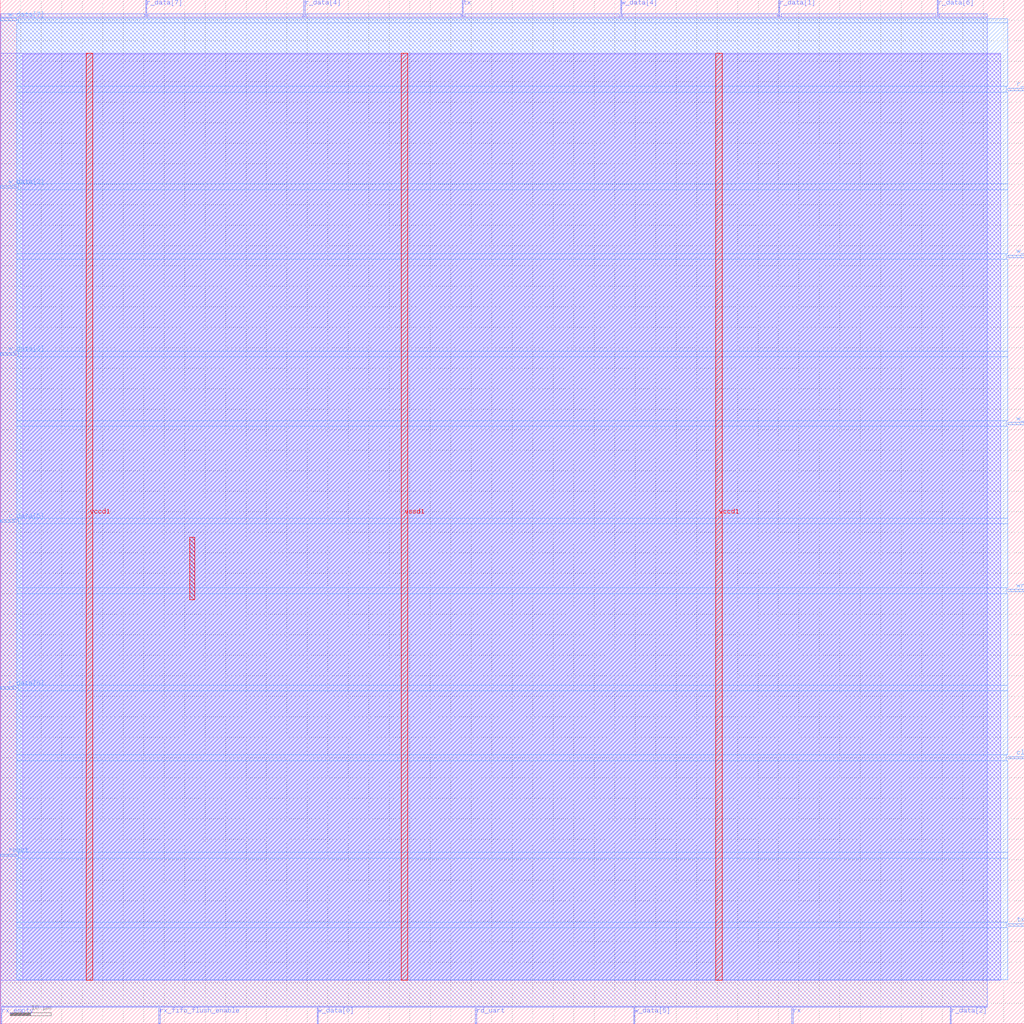
<source format=lef>
VERSION 5.7 ;
  NOWIREEXTENSIONATPIN ON ;
  DIVIDERCHAR "/" ;
  BUSBITCHARS "[]" ;
MACRO uart
  CLASS BLOCK ;
  FOREIGN uart ;
  ORIGIN 0.000 0.000 ;
  SIZE 250.000 BY 250.000 ;
  PIN clk
    DIRECTION INPUT ;
    USE SIGNAL ;
    PORT
      LAYER met3 ;
        RECT 246.000 64.640 250.000 65.240 ;
    END
  END clk
  PIN r_data[0]
    DIRECTION OUTPUT TRISTATE ;
    USE SIGNAL ;
    PORT
      LAYER met3 ;
        RECT 0.000 81.640 4.000 82.240 ;
    END
  END r_data[0]
  PIN r_data[1]
    DIRECTION OUTPUT TRISTATE ;
    USE SIGNAL ;
    PORT
      LAYER met2 ;
        RECT 190.070 246.000 190.350 250.000 ;
    END
  END r_data[1]
  PIN r_data[2]
    DIRECTION OUTPUT TRISTATE ;
    USE SIGNAL ;
    PORT
      LAYER met2 ;
        RECT 231.930 0.000 232.210 4.000 ;
    END
  END r_data[2]
  PIN r_data[3]
    DIRECTION OUTPUT TRISTATE ;
    USE SIGNAL ;
    PORT
      LAYER met3 ;
        RECT 246.000 227.840 250.000 228.440 ;
    END
  END r_data[3]
  PIN r_data[4]
    DIRECTION OUTPUT TRISTATE ;
    USE SIGNAL ;
    PORT
      LAYER met2 ;
        RECT 74.150 246.000 74.430 250.000 ;
    END
  END r_data[4]
  PIN r_data[5]
    DIRECTION OUTPUT TRISTATE ;
    USE SIGNAL ;
    PORT
      LAYER met3 ;
        RECT 0.000 122.440 4.000 123.040 ;
    END
  END r_data[5]
  PIN r_data[6]
    DIRECTION OUTPUT TRISTATE ;
    USE SIGNAL ;
    PORT
      LAYER met2 ;
        RECT 228.710 246.000 228.990 250.000 ;
    END
  END r_data[6]
  PIN r_data[7]
    DIRECTION OUTPUT TRISTATE ;
    USE SIGNAL ;
    PORT
      LAYER met2 ;
        RECT 35.510 246.000 35.790 250.000 ;
    END
  END r_data[7]
  PIN rd_uart
    DIRECTION INPUT ;
    USE SIGNAL ;
    PORT
      LAYER met2 ;
        RECT 116.010 0.000 116.290 4.000 ;
    END
  END rd_uart
  PIN reset
    DIRECTION INPUT ;
    USE SIGNAL ;
    PORT
      LAYER met3 ;
        RECT 0.000 40.840 4.000 41.440 ;
    END
  END reset
  PIN rx
    DIRECTION INPUT ;
    USE SIGNAL ;
    PORT
      LAYER met2 ;
        RECT 193.290 0.000 193.570 4.000 ;
    END
  END rx
  PIN rx_empty
    DIRECTION OUTPUT TRISTATE ;
    USE SIGNAL ;
    PORT
      LAYER met2 ;
        RECT 0.090 0.000 0.370 4.000 ;
    END
  END rx_empty
  PIN rx_fifo_flush_enable
    DIRECTION INPUT ;
    USE SIGNAL ;
    PORT
      LAYER met2 ;
        RECT 38.730 0.000 39.010 4.000 ;
    END
  END rx_fifo_flush_enable
  PIN tx
    DIRECTION OUTPUT TRISTATE ;
    USE SIGNAL ;
    PORT
      LAYER met2 ;
        RECT 112.790 246.000 113.070 250.000 ;
    END
  END tx
  PIN tx_full
    DIRECTION OUTPUT TRISTATE ;
    USE SIGNAL ;
    PORT
      LAYER met3 ;
        RECT 246.000 23.840 250.000 24.440 ;
    END
  END tx_full
  PIN vccd1
    DIRECTION INPUT ;
    USE POWER ;
    PORT
      LAYER met4 ;
        RECT 21.040 10.640 22.640 236.880 ;
    END
    PORT
      LAYER met4 ;
        RECT 174.640 10.640 176.240 236.880 ;
    END
  END vccd1
  PIN vssd1
    DIRECTION INPUT ;
    USE GROUND ;
    PORT
      LAYER met4 ;
        RECT 97.840 10.640 99.440 236.880 ;
    END
  END vssd1
  PIN w_data[0]
    DIRECTION INPUT ;
    USE SIGNAL ;
    PORT
      LAYER met2 ;
        RECT 77.370 0.000 77.650 4.000 ;
    END
  END w_data[0]
  PIN w_data[1]
    DIRECTION INPUT ;
    USE SIGNAL ;
    PORT
      LAYER met3 ;
        RECT 246.000 146.240 250.000 146.840 ;
    END
  END w_data[1]
  PIN w_data[2]
    DIRECTION INPUT ;
    USE SIGNAL ;
    PORT
      LAYER met3 ;
        RECT 246.000 187.040 250.000 187.640 ;
    END
  END w_data[2]
  PIN w_data[3]
    DIRECTION INPUT ;
    USE SIGNAL ;
    PORT
      LAYER met3 ;
        RECT 0.000 204.040 4.000 204.640 ;
    END
  END w_data[3]
  PIN w_data[4]
    DIRECTION INPUT ;
    USE SIGNAL ;
    PORT
      LAYER met2 ;
        RECT 151.430 246.000 151.710 250.000 ;
    END
  END w_data[4]
  PIN w_data[5]
    DIRECTION INPUT ;
    USE SIGNAL ;
    PORT
      LAYER met2 ;
        RECT 154.650 0.000 154.930 4.000 ;
    END
  END w_data[5]
  PIN w_data[6]
    DIRECTION INPUT ;
    USE SIGNAL ;
    PORT
      LAYER met3 ;
        RECT 0.000 163.240 4.000 163.840 ;
    END
  END w_data[6]
  PIN w_data[7]
    DIRECTION INPUT ;
    USE SIGNAL ;
    PORT
      LAYER met3 ;
        RECT 0.000 244.840 4.000 245.440 ;
    END
  END w_data[7]
  PIN wr_uart
    DIRECTION INPUT ;
    USE SIGNAL ;
    PORT
      LAYER met3 ;
        RECT 246.000 105.440 250.000 106.040 ;
    END
  END wr_uart
  OBS
      LAYER li1 ;
        RECT 5.520 10.795 244.260 236.725 ;
      LAYER met1 ;
        RECT 0.070 10.640 244.260 236.880 ;
      LAYER met2 ;
        RECT 0.100 245.720 35.230 246.570 ;
        RECT 36.070 245.720 73.870 246.570 ;
        RECT 74.710 245.720 112.510 246.570 ;
        RECT 113.350 245.720 151.150 246.570 ;
        RECT 151.990 245.720 189.790 246.570 ;
        RECT 190.630 245.720 228.430 246.570 ;
        RECT 229.270 245.720 240.940 246.570 ;
        RECT 0.100 4.280 240.940 245.720 ;
        RECT 0.650 4.000 38.450 4.280 ;
        RECT 39.290 4.000 77.090 4.280 ;
        RECT 77.930 4.000 115.730 4.280 ;
        RECT 116.570 4.000 154.370 4.280 ;
        RECT 155.210 4.000 193.010 4.280 ;
        RECT 193.850 4.000 231.650 4.280 ;
        RECT 232.490 4.000 240.940 4.280 ;
      LAYER met3 ;
        RECT 4.400 244.440 246.000 245.305 ;
        RECT 4.000 228.840 246.000 244.440 ;
        RECT 4.000 227.440 245.600 228.840 ;
        RECT 4.000 205.040 246.000 227.440 ;
        RECT 4.400 203.640 246.000 205.040 ;
        RECT 4.000 188.040 246.000 203.640 ;
        RECT 4.000 186.640 245.600 188.040 ;
        RECT 4.000 164.240 246.000 186.640 ;
        RECT 4.400 162.840 246.000 164.240 ;
        RECT 4.000 147.240 246.000 162.840 ;
        RECT 4.000 145.840 245.600 147.240 ;
        RECT 4.000 123.440 246.000 145.840 ;
        RECT 4.400 122.040 246.000 123.440 ;
        RECT 4.000 106.440 246.000 122.040 ;
        RECT 4.000 105.040 245.600 106.440 ;
        RECT 4.000 82.640 246.000 105.040 ;
        RECT 4.400 81.240 246.000 82.640 ;
        RECT 4.000 65.640 246.000 81.240 ;
        RECT 4.000 64.240 245.600 65.640 ;
        RECT 4.000 41.840 246.000 64.240 ;
        RECT 4.400 40.440 246.000 41.840 ;
        RECT 4.000 24.840 246.000 40.440 ;
        RECT 4.000 23.440 245.600 24.840 ;
        RECT 4.000 10.715 246.000 23.440 ;
      LAYER met4 ;
        RECT 46.295 103.535 47.545 118.825 ;
  END
END uart
END LIBRARY


</source>
